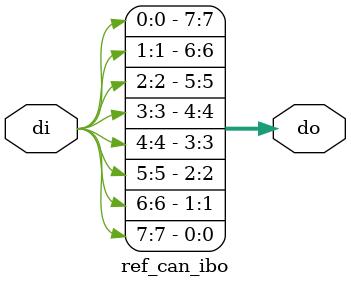
<source format=v>


module ref_can_ibo
( 
  di,
  do
);

input   [7:0] di;
output  [7:0] do;

assign do[0] = di[7];
assign do[1] = di[6];
assign do[2] = di[5];
assign do[3] = di[4];
assign do[4] = di[3];
assign do[5] = di[2];
assign do[6] = di[1];
assign do[7] = di[0];

endmodule

</source>
